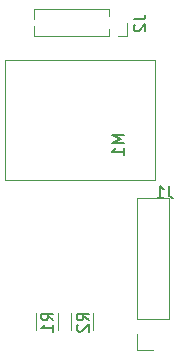
<source format=gbr>
%TF.GenerationSoftware,KiCad,Pcbnew,(5.1.9-0-10_14)*%
%TF.CreationDate,2021-04-19T12:18:48+01:00*%
%TF.ProjectId,Shelly,5368656c-6c79-42e6-9b69-6361645f7063,rev?*%
%TF.SameCoordinates,Original*%
%TF.FileFunction,Legend,Bot*%
%TF.FilePolarity,Positive*%
%FSLAX46Y46*%
G04 Gerber Fmt 4.6, Leading zero omitted, Abs format (unit mm)*
G04 Created by KiCad (PCBNEW (5.1.9-0-10_14)) date 2021-04-19 12:18:48*
%MOMM*%
%LPD*%
G01*
G04 APERTURE LIST*
%ADD10C,0.120000*%
%ADD11C,0.150000*%
G04 APERTURE END LIST*
D10*
%TO.C,R1*%
X174090000Y-85222936D02*
X174090000Y-86677064D01*
X175910000Y-85222936D02*
X175910000Y-86677064D01*
%TO.C,J2*%
X173955000Y-61740000D02*
X173955000Y-60937530D01*
X173955000Y-60322470D02*
X173955000Y-59520000D01*
X180240000Y-61740000D02*
X173955000Y-61740000D01*
X180240000Y-59520000D02*
X173955000Y-59520000D01*
X180240000Y-61740000D02*
X180240000Y-61193471D01*
X180240000Y-60066529D02*
X180240000Y-59520000D01*
X181000000Y-61740000D02*
X181760000Y-61740000D01*
X181760000Y-61740000D02*
X181760000Y-60630000D01*
%TO.C,J1*%
X182670000Y-75510000D02*
X185330000Y-75510000D01*
X182670000Y-85730000D02*
X182670000Y-75510000D01*
X185330000Y-85730000D02*
X185330000Y-75510000D01*
X182670000Y-85730000D02*
X185330000Y-85730000D01*
X182670000Y-87000000D02*
X182670000Y-88330000D01*
X182670000Y-88330000D02*
X184000000Y-88330000D01*
%TO.C,R2*%
X178910000Y-86677064D02*
X178910000Y-85222936D01*
X177090000Y-86677064D02*
X177090000Y-85222936D01*
%TO.C,M1*%
X171460000Y-73970000D02*
X184160000Y-73970000D01*
X184160000Y-73970000D02*
X184160000Y-63810000D01*
X184160000Y-63810000D02*
X171460000Y-63810000D01*
X171460000Y-63810000D02*
X171460000Y-73970000D01*
%TO.C,R1*%
D11*
X175552380Y-85833333D02*
X175076190Y-85500000D01*
X175552380Y-85261904D02*
X174552380Y-85261904D01*
X174552380Y-85642857D01*
X174600000Y-85738095D01*
X174647619Y-85785714D01*
X174742857Y-85833333D01*
X174885714Y-85833333D01*
X174980952Y-85785714D01*
X175028571Y-85738095D01*
X175076190Y-85642857D01*
X175076190Y-85261904D01*
X175552380Y-86785714D02*
X175552380Y-86214285D01*
X175552380Y-86500000D02*
X174552380Y-86500000D01*
X174695238Y-86404761D01*
X174790476Y-86309523D01*
X174838095Y-86214285D01*
%TO.C,J2*%
X182352380Y-60366666D02*
X183066666Y-60366666D01*
X183209523Y-60319047D01*
X183304761Y-60223809D01*
X183352380Y-60080952D01*
X183352380Y-59985714D01*
X182447619Y-60795238D02*
X182400000Y-60842857D01*
X182352380Y-60938095D01*
X182352380Y-61176190D01*
X182400000Y-61271428D01*
X182447619Y-61319047D01*
X182542857Y-61366666D01*
X182638095Y-61366666D01*
X182780952Y-61319047D01*
X183352380Y-60747619D01*
X183352380Y-61366666D01*
%TO.C,J1*%
X185333333Y-74452380D02*
X185333333Y-75166666D01*
X185380952Y-75309523D01*
X185476190Y-75404761D01*
X185619047Y-75452380D01*
X185714285Y-75452380D01*
X184333333Y-75452380D02*
X184904761Y-75452380D01*
X184619047Y-75452380D02*
X184619047Y-74452380D01*
X184714285Y-74595238D01*
X184809523Y-74690476D01*
X184904761Y-74738095D01*
%TO.C,R2*%
X178552380Y-85833333D02*
X178076190Y-85500000D01*
X178552380Y-85261904D02*
X177552380Y-85261904D01*
X177552380Y-85642857D01*
X177600000Y-85738095D01*
X177647619Y-85785714D01*
X177742857Y-85833333D01*
X177885714Y-85833333D01*
X177980952Y-85785714D01*
X178028571Y-85738095D01*
X178076190Y-85642857D01*
X178076190Y-85261904D01*
X177647619Y-86214285D02*
X177600000Y-86261904D01*
X177552380Y-86357142D01*
X177552380Y-86595238D01*
X177600000Y-86690476D01*
X177647619Y-86738095D01*
X177742857Y-86785714D01*
X177838095Y-86785714D01*
X177980952Y-86738095D01*
X178552380Y-86166666D01*
X178552380Y-86785714D01*
%TO.C,M1*%
X181552380Y-70170476D02*
X180552380Y-70170476D01*
X181266666Y-70503809D01*
X180552380Y-70837142D01*
X181552380Y-70837142D01*
X181552380Y-71837142D02*
X181552380Y-71265714D01*
X181552380Y-71551428D02*
X180552380Y-71551428D01*
X180695238Y-71456190D01*
X180790476Y-71360952D01*
X180838095Y-71265714D01*
%TD*%
M02*

</source>
